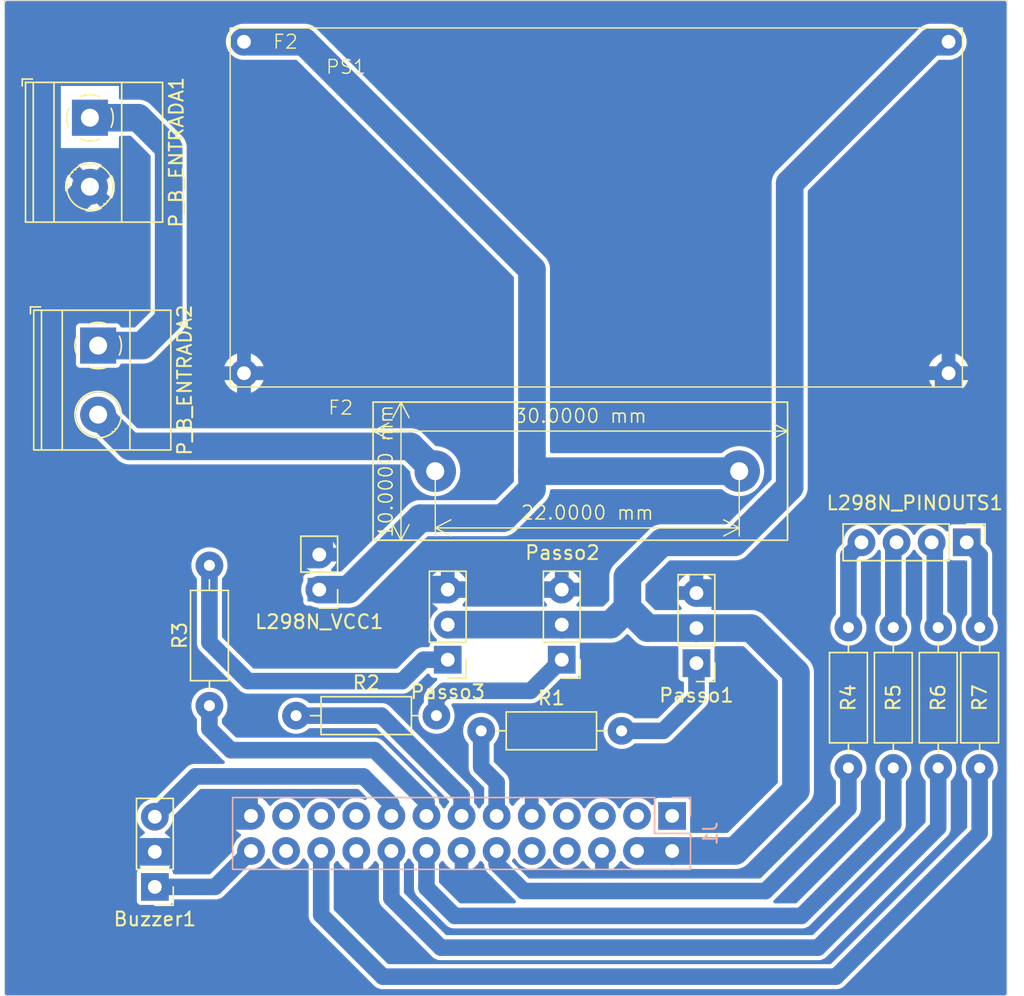
<source format=kicad_pcb>
(kicad_pcb (version 20221018) (generator pcbnew)
  (title_block (date "15 nov 2012"))
  (layers (0 "F.Cu" signal) (31 "B.Cu" signal) (34 "B.Paste" user) (35 "F.Paste" user) (36 "B.SilkS" user "B.Silkscreen") (37 "F.SilkS" user "F.Silkscreen") (38 "B.Mask" user) (39 "F.Mask" user) (44 "Edge.Cuts" user))
  (net 0 "")
  (net 1 "GND")
  (net 2 "/GPIO2{slash}SDA1")
  (net 3 "/GPIO3{slash}SCL1")
  (net 4 "/GPIO4{slash}GPCLK0")
  (net 5 "/GPIO14{slash}TXD0")
  (net 6 "/GPIO15{slash}RXD0")
  (net 7 "/GPIO17")
  (net 8 "/GPIO18{slash}PCM.CLK")
  (net 9 "/GPIO27")
  (net 10 "/GPIO22")
  (net 11 "/GPIO23")
  (net 12 "/GPIO24")
  (net 13 "/GPIO10{slash}SPI0.MOSI")
  (net 14 "/GPIO9{slash}SPI0.MISO")
  (net 15 "/GPIO25")
  (net 16 "/GPIO11{slash}SPI0.SCLK")
  (net 18 "/GPIO7{slash}SPI0.CE1")
  (net 19 "+5V")
  (net 20 "+3V3")
  (net 21 "Net-(L298N_VCC1-Pin_1)")
  (net 22 "Net-(Passo1-Pin_1)")
  (net 23 "Net-(Passo2-Pin_1)")
  (net 24 "Net-(Passo3-Pin_1)")
  (net 25 "Net-(L298N_PINOUTS1-Pin_1)")
  (net 26 "Net-(L298N_PINOUTS1-Pin_2)")
  (net 27 "Net-(L298N_PINOUTS1-Pin_3)")
  (net 28 "Net-(L298N_PINOUTS1-Pin_4)")
  (net 29 "Net-(P_B_ENTRADA1-Pin_1)")
  (net 30 "Net-(P_B_ENTRADA2-Pin_2)")
  (footprint "Resistor_THT:R_Axial_DIN0207_L6.3mm_D2.5mm_P10.16mm_Horizontal" (layer "F.Cu") (at 259 168.58 90)
    (fp_text reference "R4" (at 5.08 0 90) (layer "F.SilkS"))
    (fp_text value "R")
    (fp_line (start 1.04 0) (end 1.81 0) (stroke (width 0.12)) (layer "F.SilkS"))
    (fp_line (start 1.81 -1.37) (end 1.81 1.37) (stroke (width 0.12)) (layer "F.SilkS"))
    (fp_line (start 1.81 1.37) (end 8.35 1.37) (stroke (width 0.12)) (layer "F.SilkS"))
    (fp_line (start 8.35 -1.37) (end 1.81 -1.37) (stroke (width 0.12)) (layer "F.SilkS"))
    (fp_line (start 8.35 1.37) (end 8.35 -1.37) (stroke (width 0.12)) (layer "F.SilkS"))
    (fp_line (start 9.12 0) (end 8.35 0) (stroke (width 0.12)) (layer "F.SilkS"))
    (pad "1" thru_hole circle (at 0 0 90) (size 2 2) (drill 0.8) (layers "*.Cu" "*.Mask") (net 8 "/GPIO18{slash}PCM.CLK"))
    (pad "2" thru_hole oval (at 10.16 0 90) (size 2 2) (drill 0.8) (layers "*.Cu" "*.Mask") (net 28 "Net-(L298N_PINOUTS1-Pin_4)"))
  )
  (footprint "Resistor_THT:R_Axial_DIN0207_L6.3mm_D2.5mm_P10.16mm_Horizontal" (layer "F.Cu") (at 268.5 168.58 90)
    (fp_text reference "R7" (at 5.08 0 90) (layer "F.SilkS"))
    (fp_text value "R")
    (fp_line (start 1.04 0) (end 1.81 0) (stroke (width 0.12)) (layer "F.SilkS"))
    (fp_line (start 1.81 -1.37) (end 1.81 1.37) (stroke (width 0.12)) (layer "F.SilkS"))
    (fp_line (start 1.81 1.37) (end 8.35 1.37) (stroke (width 0.12)) (layer "F.SilkS"))
    (fp_line (start 8.35 -1.37) (end 1.81 -1.37) (stroke (width 0.12)) (layer "F.SilkS"))
    (fp_line (start 8.35 1.37) (end 8.35 -1.37) (stroke (width 0.12)) (layer "F.SilkS"))
    (fp_line (start 9.12 0) (end 8.35 0) (stroke (width 0.12)) (layer "F.SilkS"))
    (pad "1" thru_hole circle (at 0 0 90) (size 2 2) (drill 0.8) (layers "*.Cu" "*.Mask") (net 15 "/GPIO25"))
    (pad "2" thru_hole oval (at 10.16 0 90) (size 2 2) (drill 0.8) (layers "*.Cu" "*.Mask") (net 25 "Net-(L298N_PINOUTS1-Pin_1)"))
  )
  (footprint "Connector_PinHeader_2.54mm:PinHeader_1x03_P2.54mm_Vertical" (layer "F.Cu") (at 230 160.75 180)
    (fp_text reference "Passo3" (at 0 -2.33) (layer "F.SilkS"))
    (fp_text value "Screw_Terminal_01x03")
    (fp_line (start -1.33 -1.33) (end 0 -1.33) (stroke (width 0.12)) (layer "F.SilkS"))
    (fp_line (start -1.33 0) (end -1.33 -1.33) (stroke (width 0.12)) (layer "F.SilkS"))
    (fp_line (start -1.33 1.27) (end -1.33 6.41) (stroke (width 0.12)) (layer "F.SilkS"))
    (fp_line (start -1.33 1.27) (end 1.33 1.27) (stroke (width 0.12)) (layer "F.SilkS"))
    (fp_line (start -1.33 6.41) (end 1.33 6.41) (stroke (width 0.12)) (layer "F.SilkS"))
    (fp_line (start 1.33 1.27) (end 1.33 6.41) (stroke (width 0.12)) (layer "F.SilkS"))
    (pad "1" thru_hole rect (at 0 0 180) (size 2 2) (drill 1) (layers "*.Cu" "*.Mask") (net 24 "Net-(Passo3-Pin_1)"))
    (pad "2" thru_hole oval (at 0 2.54 180) (size 2 2) (drill 1) (layers "*.Cu" "*.Mask") (net 19 "+5V"))
    (pad "3" thru_hole oval (at 0 5.08 180) (size 2 2) (drill 1) (layers "*.Cu" "*.Mask") (net 1 "GND"))
  )
  (footprint "Connector_PinHeader_2.54mm:PinHeader_1x02_P2.54mm_Vertical" (layer "F.Cu") (at 220.7 155.675 180)
    (fp_text reference "L298N_VCC1" (at 0 -2.33) (layer "F.SilkS"))
    (fp_text value "Screw_Terminal_01x02")
    (fp_line (start -1.33 -1.33) (end 0 -1.33) (stroke (width 0.12)) (layer "F.SilkS"))
    (fp_line (start -1.33 0) (end -1.33 -1.33) (stroke (width 0.12)) (layer "F.SilkS"))
    (fp_line (start -1.33 1.27) (end -1.33 3.87) (stroke (width 0.12)) (layer "F.SilkS"))
    (fp_line (start -1.33 1.27) (end 1.33 1.27) (stroke (width 0.12)) (layer "F.SilkS"))
    (fp_line (start -1.33 3.87) (end 1.33 3.87) (stroke (width 0.12)) (layer "F.SilkS"))
    (fp_line (start 1.33 1.27) (end 1.33 3.87) (stroke (width 0.12)) (layer "F.SilkS"))
    (pad "1" thru_hole rect (at 0 0 180) (size 1.7 1.7) (drill 1) (layers "*.Cu" "*.Mask") (net 21 "Net-(L298N_VCC1-Pin_1)"))
    (pad "2" thru_hole oval (at 0 2.54 180) (size 1.7 1.7) (drill 1) (layers "*.Cu" "*.Mask") (net 1 "GND"))
  )
  (footprint "Connector_PinHeader_2.54mm:PinHeader_1x03_P2.54mm_Vertical" (layer "F.Cu") (at 208.8 177.2 180)
    (fp_text reference "Buzzer1" (at 0 -2.33) (layer "F.SilkS"))
    (fp_text value "Screw_Terminal_01x03")
    (fp_line (start -1.33 -1.33) (end 0 -1.33) (stroke (width 0.12)) (layer "F.SilkS"))
    (fp_line (start -1.33 0) (end -1.33 -1.33) (stroke (width 0.12)) (layer "F.SilkS"))
    (fp_line (start -1.33 1.27) (end -1.33 6.41) (stroke (width 0.12)) (layer "F.SilkS"))
    (fp_line (start -1.33 1.27) (end 1.33 1.27) (stroke (width 0.12)) (layer "F.SilkS"))
    (fp_line (start -1.33 6.41) (end 1.33 6.41) (stroke (width 0.12)) (layer "F.SilkS"))
    (fp_line (start 1.33 1.27) (end 1.33 6.41) (stroke (width 0.12)) (layer "F.SilkS"))
    (pad "1" thru_hole rect (at 0 0 180) (size 2 2) (drill 1) (layers "*.Cu" "*.Mask") (net 18 "/GPIO7{slash}SPI0.CE1"))
    (pad "2" thru_hole oval (at 0 2.54 180) (size 2 2) (drill 1) (layers "*.Cu" "*.Mask") (net 1 "GND"))
    (pad "3" thru_hole oval (at 0 5.08 180) (size 2 2) (drill 1) (layers "*.Cu" "*.Mask") (net 20 "+3V3"))
  )
  (footprint "bateria_bms:Buck" (layer "F.Cu") (at 214.25 115)
    (fp_text reference "PS1" (at 8.382 2.818 unlocked) (layer "F.SilkS") (effects (font (thickness 0.1))))
    (fp_text value "Buck_step_down")
    (fp_text user "F2" (at 4 1 unlocked) (layer "F.SilkS") (effects (font (thickness 0.1))))
    (fp_rect (start 0 26) (end 53 0) (stroke (width 0.1)) (fill none) (layer "F.SilkS"))
    (pad "1" thru_hole oval (at 1 25) (size 2 2) (drill 1) (layers "*.Cu" "*.Mask") (net 1 "GND"))
    (pad "2" thru_hole oval (at 1 1) (size 2 2) (drill 1) (layers "*.Cu" "*.Mask") (net 21 "Net-(L298N_VCC1-Pin_1)"))
    (pad "3" thru_hole oval (at 52 25) (size 2 2) (drill 1) (layers "*.Cu" "*.Mask") (net 1 "GND"))
    (pad "4" thru_hole oval (at 52 1) (size 2 2) (drill 1) (layers "*.Cu" "*.Mask") (net 19 "+5V"))
  )
  (footprint "Resistor_THT:R_Axial_DIN0207_L6.3mm_D2.5mm_P10.16mm_Horizontal" (layer "F.Cu") (at 265.5 168.58 90)
    (fp_text reference "R6" (at 5.08 0 90) (layer "F.SilkS"))
    (fp_text value "R")
    (fp_line (start 1.04 0) (end 1.81 0) (stroke (width 0.12)) (layer "F.SilkS"))
    (fp_line (start 1.81 -1.37) (end 1.81 1.37) (stroke (width 0.12)) (layer "F.SilkS"))
    (fp_line (start 1.81 1.37) (end 8.35 1.37) (stroke (width 0.12)) (layer "F.SilkS"))
    (fp_line (start 8.35 -1.37) (end 1.81 -1.37) (stroke (width 0.12)) (layer "F.SilkS"))
    (fp_line (start 8.35 1.37) (end 8.35 -1.37) (stroke (width 0.12)) (layer "F.SilkS"))
    (fp_line (start 9.12 0) (end 8.35 0) (stroke (width 0.12)) (layer "F.SilkS"))
    (pad "1" thru_hole circle (at 0 0 90) (size 2 2) (drill 0.8) (layers "*.Cu" "*.Mask") (net 12 "/GPIO24"))
    (pad "2" thru_hole oval (at 10.16 0 90) (size 2 2) (drill 0.8) (layers "*.Cu" "*.Mask") (net 26 "Net-(L298N_PINOUTS1-Pin_2)"))
  )
  (footprint "Connector_PinHeader_2.54mm:PinHeader_1x04_P2.54mm_Vertical" (layer "F.Cu") (at 267.565 152.25 -90)
    (fp_text reference "L298N_PINOUTS1" (at -2.85 3.765 -180) (layer "F.SilkS"))
    (fp_text value "L298N_PINOUTS")
    (fp_line (start -1.33 -1.33) (end 0 -1.33) (stroke (width 0.12)) (layer "F.SilkS"))
    (fp_line (start -1.33 0) (end -1.33 -1.33) (stroke (width 0.12)) (layer "F.SilkS"))
    (fp_line (start -1.33 1.27) (end -1.33 8.95) (stroke (width 0.12)) (layer "F.SilkS"))
    (fp_line (start -1.33 1.27) (end 1.33 1.27) (stroke (width 0.12)) (layer "F.SilkS"))
    (fp_line (start -1.33 8.95) (end 1.33 8.95) (stroke (width 0.12)) (layer "F.SilkS"))
    (fp_line (start 1.33 1.27) (end 1.33 8.95) (stroke (width 0.12)) (layer "F.SilkS"))
    (pad "1" thru_hole rect (at 0 0 270) (size 2 2) (drill 1) (layers "*.Cu" "*.Mask") (net 25 "Net-(L298N_PINOUTS1-Pin_1)"))
    (pad "2" thru_hole oval (at 0 2.54 270) (size 2 2) (drill 1) (layers "*.Cu" "*.Mask") (net 26 "Net-(L298N_PINOUTS1-Pin_2)"))
    (pad "3" thru_hole oval (at 0 5.08 270) (size 2 2) (drill 1) (layers "*.Cu" "*.Mask") (net 27 "Net-(L298N_PINOUTS1-Pin_3)"))
    (pad "4" thru_hole oval (at 0 7.62 270) (size 2 2) (drill 1) (layers "*.Cu" "*.Mask") (net 28 "Net-(L298N_PINOUTS1-Pin_4)"))
  )
  (footprint "Resistor_THT:R_Axial_DIN0207_L6.3mm_D2.5mm_P10.16mm_Horizontal" (layer "F.Cu") (at 219.02 164.8)
    (fp_text reference "R2" (at 5.08 -2.37) (layer "F.SilkS"))
    (fp_text value "R")
    (fp_line (start 1.04 0) (end 1.81 0) (stroke (width 0.12)) (layer "F.SilkS"))
    (fp_line (start 1.81 -1.37) (end 1.81 1.37) (stroke (width 0.12)) (layer "F.SilkS"))
    (fp_line (start 1.81 1.37) (end 8.35 1.37) (stroke (width 0.12)) (layer "F.SilkS"))
    (fp_line (start 8.35 -1.37) (end 1.81 -1.37) (stroke (width 0.12)) (layer "F.SilkS"))
    (fp_line (start 8.35 1.37) (end 8.35 -1.37) (stroke (width 0.12)) (layer "F.SilkS"))
    (fp_line (start 9.12 0) (end 8.35 0) (stroke (width 0.12)) (layer "F.SilkS"))
    (pad "1" thru_hole circle (at 0 0) (size 2 2) (drill 0.8) (layers "*.Cu" "*.Mask") (net 9 "/GPIO27"))
    (pad "2" thru_hole oval (at 10.16 0) (size 2 2) (drill 0.8) (layers "*.Cu" "*.Mask") (net 23 "Net-(Passo2-Pin_1)"))
  )
  (footprint "Resistor_THT:R_Axial_DIN0207_L6.3mm_D2.5mm_P10.16mm_Horizontal" (layer "F.Cu") (at 232.42 165.9)
    (fp_text reference "R1" (at 5.08 -2.37) (layer "F.SilkS"))
    (fp_text value "R")
    (fp_line (start 1.04 0) (end 1.81 0) (stroke (width 0.12)) (layer "F.SilkS"))
    (fp_line (start 1.81 -1.37) (end 1.81 1.37) (stroke (width 0.12)) (layer "F.SilkS"))
    (fp_line (start 1.81 1.37) (end 8.35 1.37) (stroke (width 0.12)) (layer "F.SilkS"))
    (fp_line (start 8.35 -1.37) (end 1.81 -1.37) (stroke (width 0.12)) (layer "F.SilkS"))
    (fp_line (start 8.35 1.37) (end 8.35 -1.37) (stroke (width 0.12)) (layer "F.SilkS"))
    (fp_line (start 9.12 0) (end 8.35 0) (stroke (width 0.12)) (layer "F.SilkS"))
    (pad "1" thru_hole circle (at 0 0) (size 2 2) (drill 0.8) (layers "*.Cu" "*.Mask") (net 7 "/GPIO17"))
    (pad "2" thru_hole oval (at 10.16 0) (size 2 2) (drill 0.8) (layers "*.Cu" "*.Mask") (net 22 "Net-(Passo1-Pin_1)"))
  )
  (footprint "TerminalBlock_Phoenix:TerminalBlock_Phoenix_MKDS-1,5-2_1x02_P5.00mm_Horizontal" (layer "F.Cu") (at 204.695 138 -90)
    (fp_text reference "P_B_ENTRADA2" (at 2.5 -6.26 90) (layer "F.SilkS"))
    (fp_text value "Screw_Terminal_01x02")
    (fp_line (start -2.8 4.16) (end -2.8 4.9) (stroke (width 0.12)) (layer "F.SilkS"))
    (fp_line (start -2.8 4.9) (end -2.3 4.9) (stroke (width 0.12)) (layer "F.SilkS"))
    (fp_line (start -2.56 -5.261) (end -2.56 4.66) (stroke (width 0.12)) (layer "F.SilkS"))
    (fp_line (start -2.56 -5.261) (end 7.56 -5.261) (stroke (width 0.12)) (layer "F.SilkS"))
    (fp_line (start -2.56 -2.301) (end 7.56 -2.301) (stroke (width 0.12)) (layer "F.SilkS"))
    (fp_line (start -2.56 2.6) (end 7.56 2.6) (stroke (width 0.12)) (layer "F.SilkS"))
    (fp_line (start -2.56 4.1) (end 7.56 4.1) (stroke (width 0.12)) (layer "F.SilkS"))
    (fp_line (start -2.56 4.66) (end 7.56 4.66) (stroke (width 0.12)) (layer "F.SilkS"))
    (fp_line (start 3.773 1.023) (end 3.726 1.069) (stroke (width 0.12)) (layer "F.SilkS"))
    (fp_line (start 3.966 1.239) (end 3.931 1.274) (stroke (width 0.12)) (layer "F.SilkS"))
    (fp_line (start 6.07 -1.275) (end 6.035 -1.239) (stroke (width 0.12)) (layer "F.SilkS"))
    (fp_line (start 6.275 -1.069) (end 6.228 -1.023) (stroke (width 0.12)) (layer "F.SilkS"))
    (fp_line (start 7.56 -5.261) (end 7.56 4.66) (stroke (width 0.12)) (layer "F.SilkS"))
    (fp_arc (start -1.535427 0.683042) (mid -1.680501 -0.000524) (end -1.535 -0.684) (stroke (width 0.12)) (layer "F.SilkS"))
    (fp_arc (start -0.683042 -1.535427) (mid 0.000524 -1.680501) (end 0.684 -1.535) (stroke (width 0.12)) (layer "F.SilkS"))
    (fp_arc (start 0.028805 1.680253) (mid -0.335551 1.646659) (end -0.684 1.535) (stroke (width 0.12)) (layer "F.SilkS"))
    (fp_arc (start 0.683318 1.534756) (mid 0.349292 1.643288) (end 0 1.68) (stroke (width 0.12)) (layer "F.SilkS"))
    (fp_arc (start 1.535427 -0.683042) (mid 1.680501 0.000524) (end 1.535 0.684) (stroke (width 0.12)) (layer "F.SilkS"))
    (fp_circle (center 5 0) (end 6.68 0) (stroke (width 0.12)) (fill none) (layer "F.SilkS"))
    (pad "1" thru_hole rect (at 0 0 270) (size 2.6 2.6) (drill 1.3) (layers "*.Cu" "*.Mask") (net 29 "Net-(P_B_ENTRADA1-Pin_1)"))
    (pad "2" thru_hole circle (at 5 0 270) (size 2.6 2.6) (drill 1.3) (layers "*.Cu" "*.Mask") (net 30 "Net-(P_B_ENTRADA2-Pin_2)"))
  )
  (footprint "Connector_PinHeader_2.54mm:PinHeader_1x03_P2.54mm_Vertical" (layer "F.Cu") (at 238.25 160.75 180)
    (fp_text reference "Passo2" (at -0.05 7.75) (layer "F.SilkS"))
    (fp_text value "Screw_Terminal_01x03")
    (fp_line (start -1.33 -1.33) (end 0 -1.33) (stroke (width 0.12)) (layer "F.SilkS"))
    (fp_line (start -1.33 0) (end -1.33 -1.33) (stroke (width 0.12)) (layer "F.SilkS"))
    (fp_line (start -1.33 1.27) (end -1.33 6.41) (stroke (width 0.12)) (layer "F.SilkS"))
    (fp_line (start -1.33 1.27) (end 1.33 1.27) (stroke (width 0.12)) (layer "F.SilkS"))
    (fp_line (start -1.33 6.41) (end 1.33 6.41) (stroke (width 0.12)) (layer "F.SilkS"))
    (fp_line (start 1.33 1.27) (end 1.33 6.41) (stroke (width 0.12)) (layer "F.SilkS"))
    (pad "1" thru_hole rect (at 0 0 180) (size 2 2) (drill 1) (layers "*.Cu" "*.Mask") (net 23 "Net-(Passo2-Pin_1)"))
    (pad "2" thru_hole oval (at 0 2.54 180) (size 2 2) (drill 1) (layers "*.Cu" "*.Mask") (net 19 "+5V"))
    (pad "3" thru_hole oval (at 0 5.08 180) (size 2 2) (drill 1) (layers "*.Cu" "*.Mask") (net 1 "GND"))
  )
  (footprint "Fusivel:Fusivel" (layer "F.Cu") (at 224.595 142.095)
    (fp_text reference "F2" (at -2.345 0.405 unlocked) (layer "F.SilkS") (effects (font (thickness 0.1))))
    (fp_text value "Fuse")
    (fp_rect (start 0 0) (end 30 10) (stroke (width 0.12)) (fill none) (layer "F.SilkS"))
    (dimension (type aligned) (layer "F.SilkS") (pts (xy 229.095 147.095) (xy 251.095 147.095)) (height 4.11) (gr_text "22,0000 mm" (at 240.095 150.105) (layer "F.SilkS") (effects (font (size 1 1) (thickness 0.1)))) (format (prefix "") (suffix "") (units 3) (units_format 1) (precision 4)) (style (thickness 0.1) (arrow_length 1.27) (text_position_mode 0) (extension_height 0.58642) (extension_offset 0.5) keep_text_aligned))
    (dimension (type aligned) (layer "F.SilkS") (pts (xy 224.595 152.095) (xy 224.595 142.095)) (height 2.02) (gr_text "10,0000 mm" (at 225.515 147.095 90) (layer "F.SilkS") (effects (font (size 1 1) (thickness 0.1)))) (format (prefix "") (suffix "") (units 3) (units_format 1) (precision 4)) (style (thickness 0.1) (arrow_length 1.27) (text_position_mode 0) (extension_height 0.58642) (extension_offset 0.5) keep_text_aligned))
    (dimension (type aligned) (layer "F.SilkS") (pts (xy 224.595 152.095) (xy 254.595 152.095)) (height -7.9) (gr_text "30,0000 mm" (at 239.595 143.095) (layer "F.SilkS") (effects (font (size 1 1) (thickness 0.1)))) (format (prefix "") (suffix "") (units 3) (units_format 1) (precision 4)) (style (thickness 0.1) (arrow_length 1.27) (text_position_mode 0) (extension_height 0.58642) (extension_offset 0.5) keep_text_aligned))
    (pad "1" thru_hole circle (at 4.5 5) (size 3 3) (drill 1.3) (layers "*.Cu" "*.Mask") (net 30 "Net-(P_B_ENTRADA2-Pin_2)"))
    (pad "2" thru_hole circle (at 26.5 5) (size 3 3) (drill 1.3) (layers "*.Cu" "*.Mask") (net 21 "Net-(L298N_VCC1-Pin_1)"))
  )
  (footprint "TerminalBlock_Phoenix:TerminalBlock_Phoenix_MKDS-1,5-2_1x02_P5.00mm_Horizontal" (layer "F.Cu") (at 204.1 121.5 -90)
    (fp_text reference "P_B_ENTRADA1" (at 2.5 -6.26 -90) (layer "F.SilkS"))
    (fp_text value "Screw_Terminal_01x02")
    (fp_line (start -2.8 4.16) (end -2.8 4.9) (stroke (width 0.12)) (layer "F.SilkS"))
    (fp_line (start -2.8 4.9) (end -2.3 4.9) (stroke (width 0.12)) (layer "F.SilkS"))
    (fp_line (start -2.56 -5.261) (end -2.56 4.66) (stroke (width 0.12)) (layer "F.SilkS"))
    (fp_line (start -2.56 -5.261) (end 7.56 -5.261) (stroke (width 0.12)) (layer "F.SilkS"))
    (fp_line (start -2.56 -2.301) (end 7.56 -2.301) (stroke (width 0.12)) (layer "F.SilkS"))
    (fp_line (start -2.56 2.6) (end 7.56 2.6) (stroke (width 0.12)) (layer "F.SilkS"))
    (fp_line (start -2.56 4.1) (end 7.56 4.1) (stroke (width 0.12)) (layer "F.SilkS"))
    (fp_line (start -2.56 4.66) (end 7.56 4.66) (stroke (width 0.12)) (layer "F.SilkS"))
    (fp_line (start 3.773 1.023) (end 3.726 1.069) (stroke (width 0.12)) (layer "F.SilkS"))
    (fp_line (start 3.966 1.239) (end 3.931 1.274) (stroke (width 0.12)) (layer "F.SilkS"))
    (fp_line (start 6.07 -1.275) (end 6.035 -1.239) (stroke (width 0.12)) (layer "F.SilkS"))
    (fp_line (start 6.275 -1.069) (end 6.228 -1.023) (stroke (width 0.12)) (layer "F.SilkS"))
    (fp_line (start 7.56 -5.261) (end 7.56 4.66) (stroke (width 0.12)) (layer "F.SilkS"))
    (fp_arc (start -1.535427 0.683042) (mid -1.680501 -0.000524) (end -1.535 -0.684) (stroke (width 0.12)) (layer "F.SilkS"))
    (fp_arc (start -0.683042 -1.535427) (mid 0.000524 -1.680501) (end 0.684 -1.535) (stroke (width 0.12)) (layer "F.SilkS"))
    (fp_arc (start 0.028805 1.680253) (mid -0.335551 1.646659) (end -0.684 1.535) (stroke (width 0.12)) (layer "F.SilkS"))
    (fp_arc (start 0.683318 1.534756) (mid 0.349292 1.643288) (end 0 1.68) (stroke (width 0.12)) (layer "F.SilkS"))
    (fp_arc (start 1.535427 -0.683042) (mid 1.680501 0.000524) (end 1.535 0.684) (stroke (width 0.12)) (layer "F.SilkS"))
    (fp_circle (center 5 0) (end 6.68 0) (stroke (width 0.12)) (fill none) (layer "F.SilkS"))
    (pad "1" thru_hole rect (at 0 0 270) (size 2.6 2.6) (drill 1.3) (layers "*.Cu" "*.Mask") (net 29 "Net-(P_B_ENTRADA1-Pin_1)"))
    (pad "2" thru_hole circle (at 5 0 270) (size 2.6 2.6) (drill 1.3) (layers "*.Cu" "*.Mask") (net 1 "GND"))
  )
  (footprint "Connector_PinHeader_2.54mm:PinHeader_1x03_P2.54mm_Vertical" (layer "F.Cu") (at 248 161 180)
    (fp_text reference "Passo1" (at 0 -2.33) (layer "F.SilkS"))
    (fp_text value "Screw_Terminal_01x03")
    (fp_line (start -1.33 -1.33) (end 0 -1.33) (stroke (width 0.12)) (layer "F.SilkS"))
    (fp_line (start -1.33 0) (end -1.33 -1.33) (stroke (width 0.12)) (layer "F.SilkS"))
    (fp_line (start -1.33 1.27) (end -1.33 6.41) (stroke (width 0.12)) (layer "F.SilkS"))
    (fp_line (start -1.33 1.27) (end 1.33 1.27) (stroke (width 0.12)) (layer "F.SilkS"))
    (fp_line (start -1.33 6.41) (end 1.33 6.41) (stroke (width 0.12)) (layer "F.SilkS"))
    (fp_line (start 1.33 1.27) (end 1.33 6.41) (stroke (width 0.12)) (layer "F.SilkS"))
    (pad "1" thru_hole rect (at 0 0 180) (size 2 2) (drill 1) (layers "*.Cu" "*.Mask") (net 22 "Net-(Passo1-Pin_1)"))
    (pad "2" thru_hole oval (at 0 2.54 180) (size 2 2) (drill 1) (layers "*.Cu" "*.Mask") (net 19 "+5V"))
    (pad "3" thru_hole oval (at 0 5.08 180) (size 2 2) (drill 1) (layers "*.Cu" "*.Mask") (net 1 "GND"))
  )
  (footprint "Resistor_THT:R_Axial_DIN0207_L6.3mm_D2.5mm_P10.16mm_Horizontal" (layer "F.Cu") (at 262.25 168.58 90)
    (fp_text reference "R5" (at 5.08 0 90) (layer "F.SilkS"))
    (fp_text value "R")
    (fp_line (start 1.04 0) (end 1.81 0) (stroke (width 0.12)) (layer "F.SilkS"))
    (fp_line (start 1.81 -1.37) (end 1.81 1.37) (stroke (width 0.12)) (layer "F.SilkS"))
    (fp_line (start 1.81 1.37) (end 8.35 1.37) (stroke (width 0.12)) (layer "F.SilkS"))
    (fp_line (start 8.35 -1.37) (end 1.81 -1.37) (stroke (width 0.12)) (layer "F.SilkS"))
    (fp_line (start 8.35 1.37) (end 8.35 -1.37) (stroke (width 0.12)) (layer "F.SilkS"))
    (fp_line (start 9.12 0) (end 8.35 0) (stroke (width 0.12)) (layer "F.SilkS"))
    (pad "1" thru_hole circle (at 0 0 90) (size 2 2) (drill 0.8) (layers "*.Cu" "*.Mask") (net 11 "/GPIO23"))
    (pad "2" thru_hole oval (at 10.16 0 90) (size 2 2) (drill 0.8) (layers "*.Cu" "*.Mask") (net 27 "Net-(L298N_PINOUTS1-Pin_3)"))
  )
  (footprint "Resistor_THT:R_Axial_DIN0207_L6.3mm_D2.5mm_P10.16mm_Horizontal" (layer "F.Cu") (at 212.75 164.08 90)
    (fp_text reference "R3" (at 5.08 -2.15 90) (layer "F.SilkS"))
    (fp_text value "R")
    (fp_line (start 1.04 0) (end 1.81 0) (stroke (width 0.12)) (layer "F.SilkS"))
    (fp_line (start 1.81 -1.37) (end 1.81 1.37) (stroke (width 0.12)) (layer "F.SilkS"))
    (fp_line (start 1.81 1.37) (end 8.35 1.37) (stroke (width 0.12)) (layer "F.SilkS"))
    (fp_line (start 8.35 -1.37) (end 1.81 -1.37) (stroke (width 0.12)) (layer "F.SilkS"))
    (fp_line (start 8.35 1.37) (end 8.35 -1.37) (stroke (width 0.12)) (layer "F.SilkS"))
    (fp_line (start 9.12 0) (end 8.35 0) (stroke (width 0.12)) (layer "F.SilkS"))
    (pad "1" thru_hole circle (at 0 0 90) (size 2 2) (drill 0.8) (layers "*.Cu" "*.Mask") (net 10 "/GPIO22"))
    (pad "2" thru_hole oval (at 10.16 0 90) (size 2 2) (drill 0.8) (layers "*.Cu" "*.Mask") (net 24 "Net-(Passo3-Pin_1)"))
  )
  (footprint "Connector_PinSocket_2.54mm:PinSocket_2x13_P2.54mm_Vertical" (layer "B.Cu") (at 246.24 172.06 90)
    (fp_text reference "J1" (at -1.27 2.77 270) (layer "B.SilkS") (effects (justify mirror)))
    (fp_text value "GPIO")
    (fp_line (start -3.87 -31.81) (end 1.33 -31.81) (stroke (width 0.12)) (layer "B.SilkS"))
    (fp_line (start -3.87 1.33) (end -3.87 -31.81) (stroke (width 0.12)) (layer "B.SilkS"))
    (fp_line (start -3.87 1.33) (end -1.27 1.33) (stroke (width 0.12)) (layer "B.SilkS"))
    (fp_line (start -1.27 -1.27) (end 1.33 -1.27) (stroke (width 0.12)) (layer "B.SilkS"))
    (fp_line (start -1.27 1.33) (end -1.27 -1.27) (stroke (width 0.12)) (layer "B.SilkS"))
    (fp_line (start 0 1.33) (end 1.33 1.33) (stroke (width 0.12)) (layer "B.SilkS"))
    (fp_line (start 1.33 -1.27) (end 1.33 -31.81) (stroke (width 0.12)) (layer "B.SilkS"))
    (fp_line (start 1.33 1.33) (end 1.33 0) (stroke (width 0.12)) (layer "B.SilkS"))
    (pad "1" thru_hole rect (at 0 0 90) (size 2 2) (drill 1) (layers "*.Cu" "*.Mask") (net 20 "+3V3"))
    (pad "2" thru_hole oval (at -2.54 0 90) (size 2 2) (drill 1) (layers "*.Cu" "*.Mask") (net 19 "+5V"))
    (pad "3" thru_hole oval (at 0 -2.54 90) (size 2 2) (drill 1) (layers "*.Cu" "*.Mask") (net 2 "/GPIO2{slash}SDA1"))
    (pad "4" thru_hole oval (at -2.54 -2.54 90) (size 2 2) (drill 1) (layers "*.Cu" "*.Mask") (net 19 "+5V"))
    (pad "5" thru_hole oval (at 0 -5.08 90) (size 2 2) (drill 1) (layers "*.Cu" "*.Mask") (net 3 "/GPIO3{slash}SCL1"))
    (pad "6" thru_hole oval (at -2.54 -5.08 90) (size 2 2) (drill 1) (layers "*.Cu" "*.Mask") (net 1 "GND"))
    (pad "7" thru_hole oval (at 0 -7.62 90) (size 2 2) (drill 1) (layers "*.Cu" "*.Mask") (net 4 "/GPIO4{slash}GPCLK0"))
    (pad "8" thru_hole oval (at -2.54 -7.62 90) (size 2 2) (drill 1) (layers "*.Cu" "*.Mask") (net 5 "/GPIO14{slash}TXD0"))
    (pad "9" thru_hole oval (at 0 -10.16 90) (size 2 2) (drill 1) (layers "*.Cu" "*.Mask") (net 1 "GND"))
    (pad "10" thru_hole oval (at -2.54 -10.16 90) (size 2 2) (drill 1) (layers "*.Cu" "*.Mask") (net 6 "/GPIO15{slash}RXD0"))
    (pad "11" thru_hole oval (at 0 -12.7 90) (size 2 2) (drill 1) (layers "*.Cu" "*.Mask") (net 7 "/GPIO17"))
    (pad "12" thru_hole oval (at -2.54 -12.7 90) (size 2 2) (drill 1) (layers "*.Cu" "*.Mask") (net 8 "/GPIO18{slash}PCM.CLK"))
    (pad "13" thru_hole oval (at 0 -15.24 90) (size 2 2) (drill 1) (layers "*.Cu" "*.Mask") (net 9 "/GPIO27"))
    (pad "14" thru_hole oval (at -2.54 -15.24 90) (size 2 2) (drill 1) (layers "*.Cu" "*.Mask") (net 1 "GND"))
    (pad "15" thru_hole oval (at 0 -17.78 90) (size 2 2) (drill 1) (layers "*.Cu" "*.Mask") (net 10 "/GPIO22"))
    (pad "16" thru_hole oval (at -2.54 -17.78 90) (size 2 2) (drill 1) (layers "*.Cu" "*.Mask") (net 11 "/GPIO23"))
    (pad "17" thru_hole oval (at 0 -20.32 90) (size 2 2) (drill 1) (layers "*.Cu" "*.Mask") (net 20 "+3V3"))
    (pad "18" thru_hole oval (at -2.54 -20.32 90) (size 2 2) (drill 1) (layers "*.Cu" "*.Mask") (net 12 "/GPIO24"))
    (pad "19" thru_hole oval (at 0 -22.86 90) (size 2 2) (drill 1) (layers "*.Cu" "*.Mask") (net 13 "/GPIO10{slash}SPI0.MOSI"))
    (pad "20" thru_hole oval (at -2.54 -22.86 90) (size 2 2) (drill 1) (layers "*.Cu" "*.Mask") (net 1 "GND"))
    (pad "21" thru_hole oval (at 0 -25.4 90) (size 2 2) (drill 1) (layers "*.Cu" "*.Mask") (net 14 "/GPIO9{slash}SPI0.MISO"))
    (pad "22" thru_hole oval (at -2.54 -25.4 90) (size 2 2) (drill 1) (layers "*.Cu" "*.Mask") (net 15 "/GPIO25"))
    (pad "23" thru_hole oval (at 0 -27.94 90) (size 2 2) (drill 1) (layers "*.Cu" "*.Mask") (net 16 "/GPIO11{slash}SPI0.SCLK"))
    (pad "24" thru_hole oval (at -2.54 -27.94 90) (size 2 2) (drill 1) (layers "*.Cu" "*.Mask"))
    (pad "25" thru_hole oval (at 0 -30.48 90) (size 2 2) (drill 1) (layers "*.Cu" "*.Mask") (net 1 "GND"))
    (pad "26" thru_hole oval (at -2.54 -30.48 90) (size 2 2) (drill 1) (layers "*.Cu" "*.Mask") (net 18 "/GPIO7{slash}SPI0.CE1"))
  )
  (gr_rect (start 197.9 113) (end 270.5 185.1) (stroke (width 0.05)) (fill none) (layer "Edge.Cuts"))
  (segment (start 238.25 155.67) (end 230 155.67) (width 1.2) (layer "B.Cu") (net 1))
  (segment (start 251.78 155.92) (end 248 155.92) (width 2) (layer "B.Cu") (net 1))
  (segment (start 205.5 172.9) (end 207.26 174.66) (width 2) (layer "B.Cu") (net 1))
  (segment (start 208.8 174.66) (end 211.24 174.66) (width 2) (layer "B.Cu") (net 1))
  (segment (start 216.7 158.3) (end 218 159.6) (width 2) (layer "B.Cu") (net 1))
  (segment (start 220.7 151.9) (end 219.1 150.3) (width 2) (layer "B.Cu") (net 1))
  (segment (start 209.3 150.3) (end 208.4 151.2) (width 2) (layer "B.Cu") (net 1))
  (segment (start 208.4 151.2) (end 208.4 164.8) (width 2) (layer "B.Cu") (net 1))
  (segment (start 218.465 153.135) (end 216.7 154.9) (width 2) (layer "B.Cu") (net 1))
  (segment (start 230 155.67) (end 229.83 155.5) (width 1.2) (layer "B.Cu") (net 1))
  (segment (start 216.7 154.9) (end 216.7 158.3) (width 2) (layer "B.Cu") (net 1))
  (segment (start 266.25 140) (end 266.25 141.45) (width 2) (layer "B.Cu") (net 1))
  (segment (start 218 159.6) (end 223.9 159.6) (width 2) (layer "B.Cu") (net 1))
  (segment (start 200.5 130.1) (end 200.5 147.6) (width 2) (layer "B.Cu") (net 1))
  (segment (start 220.7 153.135) (end 220.7 151.9) (width 2) (layer "B.Cu") (net 1))
  (segment (start 200.5 147.6) (end 204.1 151.2) (width 2) (layer "B.Cu") (net 1))
  (segment (start 205.5 167.7) (end 205.5 172.9) (width 2) (layer "B.Cu") (net 1))
  (segment (start 204.1 126.5) (end 200.5 130.1) (width 2) (layer "B.Cu") (net 1))
  (segment (start 208.4 164.8) (end 205.5 167.7) (width 2) (layer "B.Cu") (net 1))
  (segment (start 223.9 159.6) (end 227.83 155.67) (width 2) (layer "B.Cu") (net 1))
  (segment (start 211.24 174.66) (end 213.84 172.06) (width 2) (layer "B.Cu") (net 1))
  (segment (start 213.84 172.06) (end 215.76 172.06) (width 2) (layer "B.Cu") (net 1))
  (segment (start 204.1 151.2) (end 208.4 151.2) (width 2) (layer "B.Cu") (net 1))
  (segment (start 219.1 150.3) (end 209.3 150.3) (width 2) (layer "B.Cu") (net 1))
  (segment (start 207.26 174.66) (end 208.8 174.66) (width 2) (layer "B.Cu") (net 1))
  (segment (start 227.83 155.67) (end 230 155.67) (width 2) (layer "B.Cu") (net 1))
  (segment (start 266.25 141.45) (end 251.78 155.92) (width 2) (layer "B.Cu") (net 1))
  (segment (start 220.7 153.135) (end 218.465 153.135) (width 2) (layer "B.Cu") (net 1))
  (segment (start 232.42 168.52) (end 233.54 169.64) (width 1.2) (layer "B.Cu") (net 7))
  (segment (start 233.54 169.64) (end 233.54 172.06) (width 1.2) (layer "B.Cu") (net 7))
  (segment (start 232.42 165.9) (end 232.42 168.52) (width 1.2) (layer "B.Cu") (net 7))
  (segment (start 259 168.58) (end 259 171.5) (width 1.2) (layer "B.Cu") (net 8))
  (segment (start 233.54 175.54) (end 233.54 174.6) (width 1.2) (layer "B.Cu") (net 8))
  (segment (start 253 177.5) (end 235.5 177.5) (width 1.2) (layer "B.Cu") (net 8))
  (segment (start 259 171.5) (end 253 177.5) (width 1.2) (layer "B.Cu") (net 8))
  (segment (start 235.5 177.5) (end 233.54 175.54) (width 1.2) (layer "B.Cu") (net 8))
  (segment (start 225.2 164.8) (end 219.02 164.8) (width 1.2) (layer "B.Cu") (net 9))
  (segment (start 231 172.06) (end 231 170.6) (width 1.2) (layer "B.Cu") (net 9))
  (segment (start 231 170.6) (end 225.2 164.8) (width 1.2) (layer "B.Cu") (net 9))
  (segment (start 214.3 167.3) (end 224.7 167.3) (width 1.2) (layer "B.Cu") (net 10))
  (segment (start 212.75 164.08) (end 212.75 165.75) (width 1.2) (layer "B.Cu") (net 10))
  (segment (start 212.75 165.75) (end 214.3 167.3) (width 1.2) (layer "B.Cu") (net 10))
  (segment (start 224.7 167.3) (end 228.46 171.06) (width 1.2) (layer "B.Cu") (net 10))
  (segment (start 228.46 171.06) (end 228.46 172.06) (width 1.2) (layer "B.Cu") (net 10))
  (segment (start 262.25 172.65) (end 255.6 179.3) (width 1.2) (layer "B.Cu") (net 11))
  (segment (start 230.5 179.3) (end 228.46 177.26) (width 1.2) (layer "B.Cu") (net 11))
  (segment (start 228.46 177.26) (end 228.46 174.6) (width 1.2) (layer "B.Cu") (net 11))
  (segment (start 262.25 168.58) (end 262.25 172.65) (width 1.2) (layer "B.Cu") (net 11))
  (segment (start 255.6 179.3) (end 230.5 179.3) (width 1.2) (layer "B.Cu") (net 11))
  (segment (start 265.5 172.9) (end 256.8 181.6) (width 1.2) (layer "B.Cu") (net 12))
  (segment (start 265.5 168.58) (end 265.5 172.9) (width 1.2) (layer "B.Cu") (net 12))
  (segment (start 229.5 181.6) (end 225.92 178.02) (width 1.2) (layer "B.Cu") (net 12))
  (segment (start 225.92 178.02) (end 225.92 174.6) (width 1.2) (layer "B.Cu") (net 12))
  (segment (start 256.8 181.6) (end 229.5 181.6) (width 1.2) (layer "B.Cu") (net 12))
  (segment (start 268.5 173.3) (end 258.1 183.7) (width 1.2) (layer "B.Cu") (net 15))
  (segment (start 268.5 168.58) (end 268.5 173.3) (width 1.2) (layer "B.Cu") (net 15))
  (segment (start 220.84 179.24) (end 220.84 174.6) (width 1.2) (layer "B.Cu") (net 15))
  (segment (start 225.3 183.7) (end 220.84 179.24) (width 1.2) (layer "B.Cu") (net 15))
  (segment (start 258.1 183.7) (end 225.3 183.7) (width 1.2) (layer "B.Cu") (net 15))
  (segment (start 208.8 177.2) (end 213.16 177.2) (width 1.2) (layer "B.Cu") (net 18))
  (segment (start 213.16 177.2) (end 215.76 174.6) (width 1.2) (layer "B.Cu") (net 18))
  (segment (start 265 116) (end 254.75 126.25) (width 2) (layer "B.Cu") (net 19))
  (segment (start 238.25 158.21) (end 230 158.21) (width 2) (layer "B.Cu") (net 19))
  (segment (start 243 154.75) (end 243 157) (width 2) (layer "B.Cu") (net 19))
  (segment (start 243 157) (end 244.46 158.46) (width 2) (layer "B.Cu") (net 19))
  (segment (start 255.2 161.7) (end 255.2 170.2) (width 2) (layer "B.Cu") (net 19))
  (segment (start 246.24 174.6) (end 243.7 174.6) (width 2) (layer "B.Cu") (net 19))
  (segment (start 245.5 152.25) (end 243 154.75) (width 2) (layer "B.Cu") (net 19))
  (segment (start 254.75 126.25) (end 254.75 148.25) (width 2) (layer "B.Cu") (net 19))
  (segment (start 250.75 152.25) (end 245.5 152.25) (width 2) (layer "B.Cu") (net 19))
  (segment (start 248 158.46) (end 244.46 158.46) (width 2) (layer "B.Cu") (net 19))
  (segment (start 248 158.46) (end 251.96 158.46) (width 2) (layer "B.Cu") (net 19))
  (segment (start 243 157) (end 241.79 158.21) (width 2) (layer "B.Cu") (net 19))
  (segment (start 266.25 116) (end 265 116) (width 2) (layer "B.Cu") (net 19))
  (segment (start 251.96 158.46) (end 255.2 161.7) (width 2) (layer "B.Cu") (net 19))
  (segment (start 254.75 148.25) (end 250.75 152.25) (width 2) (layer "B.Cu") (net 19))
  (segment (start 250.8 174.6) (end 246.24 174.6) (width 2) (layer "B.Cu") (net 19))
  (segment (start 255.2 170.2) (end 250.8 174.6) (width 2) (layer "B.Cu") (net 19))
  (segment (start 241.79 158.21) (end 238.25 158.21) (width 2) (layer "B.Cu") (net 19))
  (segment (start 225.92 172.06) (end 225.92 171.22) (width 1.2) (layer "B.Cu") (net 20))
  (segment (start 211.72 169.2) (end 208.8 172.12) (width 1.2) (layer "B.Cu") (net 20))
  (segment (start 225.92 171.22) (end 223.9 169.2) (width 1.2) (layer "B.Cu") (net 20))
  (segment (start 223.9 169.2) (end 211.72 169.2) (width 1.2) (layer "B.Cu") (net 20))
  (segment (start 219.6 116) (end 215.25 116) (width 2) (layer "B.Cu") (net 21))
  (segment (start 234 150.5) (end 228 150.5) (width 2) (layer "B.Cu") (net 21))
  (segment (start 236.095 132.495) (end 219.6 116) (width 2) (layer "B.Cu") (net 21))
  (segment (start 236.095 148.405) (end 234 150.5) (width 2) (layer "B.Cu") (net 21))
  (segment (start 222.825 155.675) (end 220.7 155.675) (width 2) (layer "B.Cu") (net 21))
  (segment (start 236.095 147.095) (end 236.095 132.495) (width 2) (layer "B.Cu") (net 21))
  (segment (start 228 150.5) (end 222.825 155.675) (width 2) (layer "B.Cu") (net 21))
  (segment (start 236.095 147.095) (end 236.095 148.405) (width 2) (layer "B.Cu") (net 21))
  (segment (start 236.095 147.095) (end 251.095 147.095) (width 2) (layer "B.Cu") (net 21))
  (segment (start 248 163.5) (end 245.6 165.9) (width 1.2) (layer "B.Cu") (net 22))
  (segment (start 248 161) (end 248 163.5) (width 1.2) (layer "B.Cu") (net 22))
  (segment (start 245.6 165.9) (end 242.58 165.9) (width 1.2) (layer "B.Cu") (net 22))
  (segment (start 236 163) (end 229.75 163) (width 1.2) (layer "B.Cu") (net 23))
  (segment (start 229.18 163.57) (end 229.18 164.8) (width 1.2) (layer "B.Cu") (net 23))
  (segment (start 229.75 163) (end 229.18 163.57) (width 1.2) (layer "B.Cu") (net 23))
  (segment (start 238.25 160.75) (end 236 163) (width 1.2) (layer "B.Cu") (net 23))
  (segment (start 215.55 162.3) (end 212.75 159.5) (width 1.2) (layer "B.Cu") (net 24))
  (segment (start 228.25 160.75) (end 226.7 162.3) (width 1.2) (layer "B.Cu") (net 24))
  (segment (start 230 160.75) (end 228.25 160.75) (width 1.2) (layer "B.Cu") (net 24))
  (segment (start 212.75 159.5) (end 212.75 153.92) (width 1.2) (layer "B.Cu") (net 24))
  (segment (start 226.7 162.3) (end 215.55 162.3) (width 1.2) (layer "B.Cu") (net 24))
  (segment (start 268.5 153.185) (end 268.5 158.42) (width 1.2) (layer "B.Cu") (net 25))
  (segment (start 267.565 152.25) (end 268.5 153.185) (width 1.2) (layer "B.Cu") (net 25))
  (segment (start 265.25 158.17) (end 265.5 158.42) (width 1.2) (layer "B.Cu") (net 26))
  (segment (start 265.25 152.475) (end 265.25 158.17) (width 1.2) (layer "B.Cu") (net 26))
  (segment (start 265.025 152.25) (end 265.25 152.475) (width 1.2) (layer "B.Cu") (net 26))
  (segment (start 262.25 152.485) (end 262.25 158.42) (width 1.2) (layer "B.Cu") (net 27))
  (segment (start 262.485 152.25) (end 262.25 152.485) (width 1.2) (layer "B.Cu") (net 27))
  (segment (start 259 153.195) (end 259.945 152.25) (width 1.2) (layer "B.Cu") (net 28))
  (segment (start 259 153.195) (end 259 158.42) (width 1.2) (layer "B.Cu") (net 28))
  (segment (start 207.9 138) (end 204.695 138) (width 2) (layer "B.Cu") (net 29))
  (segment (start 209.8 123.7) (end 209.8 136.1) (width 2) (layer "B.Cu") (net 29))
  (segment (start 209.8 136.1) (end 207.9 138) (width 2) (layer "B.Cu") (net 29))
  (segment (start 207.6 121.5) (end 209.8 123.7) (width 2) (layer "B.Cu") (net 29))
  (segment (start 204.1 121.5) (end 207.6 121.5) (width 2) (layer "B.Cu") (net 29))
  (segment (start 227.3 145.3) (end 229.095 147.095) (width 2) (layer "B.Cu") (net 30))
  (segment (start 206.995 145.3) (end 227.3 145.3) (width 2) (layer "B.Cu") (net 30))
  (segment (start 204.695 143) (end 206.995 145.3) (width 2) (layer "B.Cu") (net 30))
  (zone (net 0) (net_name "") (layer "B.Cu") (connect_pads (clearance 0)) (min_thickness 0.25)
    (keepout (tracks not_allowed) (vias not_allowed) (pads not_allowed) (copperpour not_allowed) (footprints allowed))
    (fill (thermal_gap 0.5) (thermal_bridge_width 0.5))
    (polygon (pts (xy 202 119.2) (xy 206.2 119.2) (xy 206.2 123.7) (xy 202 123.7)))
  )
  (zone (net 1) (net_name "GND") (layer "B.Cu") (connect_pads (clearance 0.3048)) (min_thickness 0.25) (fill yes (thermal_gap 0.5) (thermal_bridge_width 1))
    (polygon (pts (xy 197.9 113) (xy 270.5 113) (xy 270.5 185.1) (xy 197.9 185.1)))
  )
)
</source>
